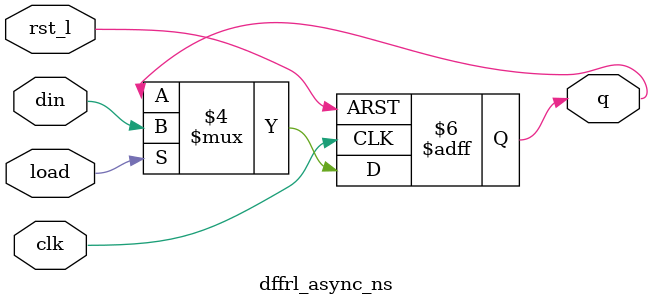
<source format=v>
module dffrl_async_ns (din, clk, rst_l, load, q);
  parameter SIZE = 1;

  input   [SIZE-1:0]      din ;   // data in
  input                   clk ;   // clk or scan clk
  input                   rst_l ;   // reset
  input                   load ;   // load

  output  [SIZE-1:0]      q ;     // output

  reg [SIZE-1:0] q;
  always @ (posedge clk or negedge rst_l)
    if (~rst_l) begin
      q <= {SIZE{1'b0}};
    end else if (load) begin
      q <= din;
    end else begin
      q <= q;
    end

endmodule
</source>
